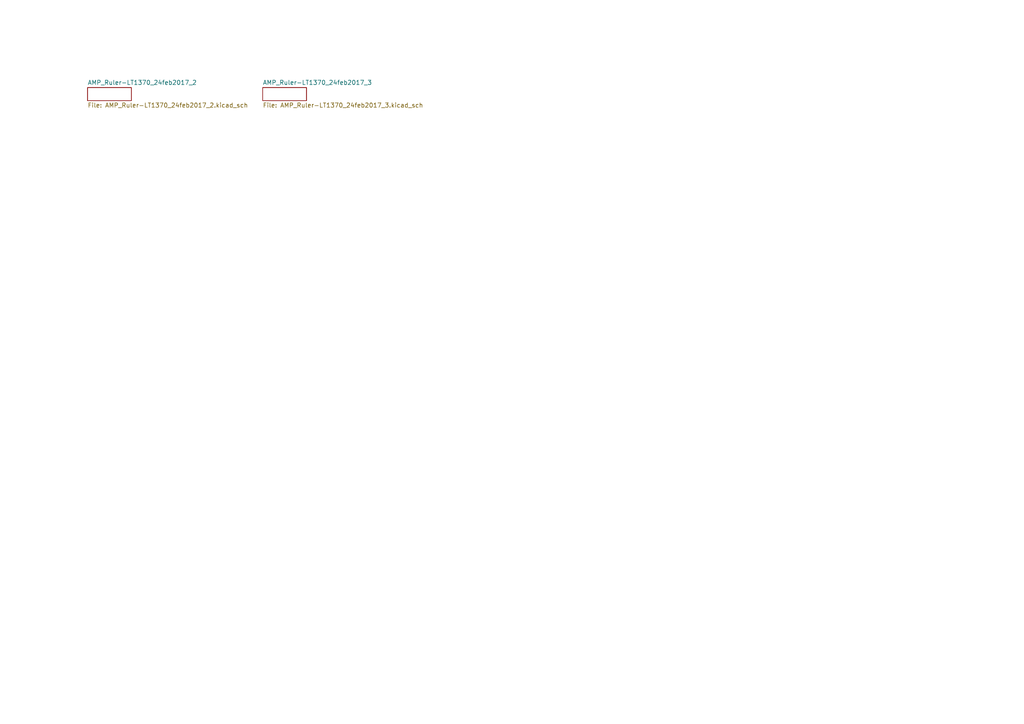
<source format=kicad_sch>
(kicad_sch (version 20211123) (generator eeschema)
  (paper "A4")
  (lib_symbols)
  (sheet (at 25.4 25.4) (size 12.7 3.81)
    (property "Sheet name" "AMP_Ruler-LT1370_24feb2017_2" (at 25.4 24.6884 0) (effects (justify left bottom)))
    (property "Sheet file" "AMP_Ruler-LT1370_24feb2017_2.kicad_sch" (at 25.4 29.7946 0) (effects (justify left top)))
  )
  (sheet (at 76.2 25.4) (size 12.7 3.81)
    (property "Sheet name" "AMP_Ruler-LT1370_24feb2017_3" (at 76.2 24.6884 0) (effects (justify left bottom)))
    (property "Sheet file" "AMP_Ruler-LT1370_24feb2017_3.kicad_sch" (at 76.2 29.7946 0) (effects (justify left top)))
  )
)
</source>
